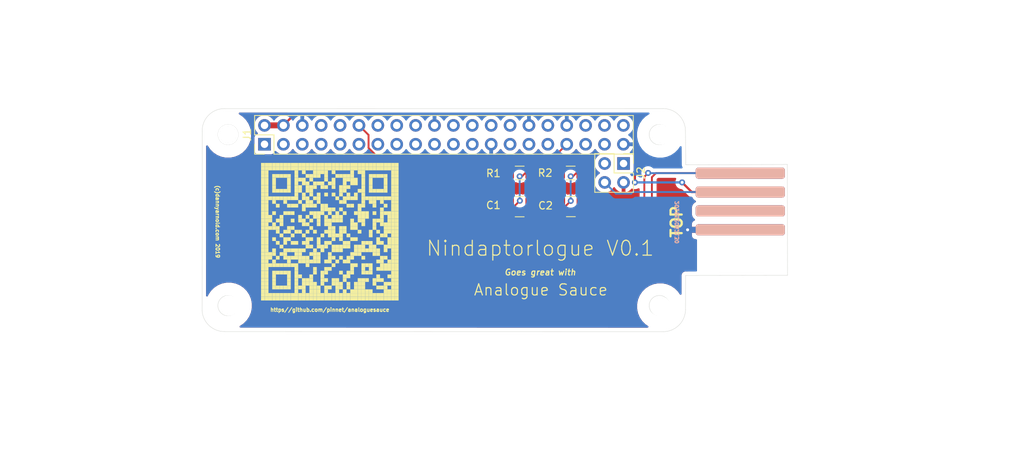
<source format=kicad_pcb>
(kicad_pcb (version 20171130) (host pcbnew "(5.1.5)-2")
  (title_block (title "Raspberry Pi® Zero W - Hat Template") (date 2018-12-28) (rev 1.0.8) (company StudioPieters®) (comment 1 https://www.studiopieters.nl))
  (layers (0 F.Cu signal hide) (31 B.Cu signal hide) (34 B.Paste user) (35 F.Paste user) (36 B.SilkS user) (37 F.SilkS user) (38 B.Mask user) (39 F.Mask user) (44 Edge.Cuts user))
  (net 0 "")
  (net 1 "Net-(J1-Pad1)")
  (net 2 "Net-(J1-Pad3)")
  (net 3 "Net-(J1-Pad5)")
  (net 4 "Net-(J1-Pad7)")
  (net 5 "Net-(J1-Pad8)")
  (net 6 "Net-(J1-Pad9)")
  (net 7 "Net-(J1-Pad10)")
  (net 8 "Net-(J1-Pad11)")
  (net 9 "Net-(J1-Pad12)")
  (net 10 "Net-(J1-Pad13)")
  (net 11 "Net-(J1-Pad14)")
  (net 12 "Net-(J1-Pad15)")
  (net 13 "Net-(J1-Pad16)")
  (net 14 "Net-(J1-Pad17)")
  (net 15 "Net-(J1-Pad18)")
  (net 16 "Net-(J1-Pad19)")
  (net 17 "Net-(J1-Pad21)")
  (net 18 "Net-(J1-Pad22)")
  (net 19 "Net-(J1-Pad23)")
  (net 20 "Net-(J1-Pad24)")
  (net 21 "Net-(J1-Pad26)")
  (net 22 "Net-(J1-Pad27)")
  (net 23 "Net-(J1-Pad28)")
  (net 24 "Net-(J1-Pad29)")
  (net 25 "Net-(J1-Pad31)")
  (net 26 "Net-(J1-Pad32)")
  (net 27 "Net-(J1-Pad33)")
  (net 28 "Net-(J1-Pad35)")
  (net 29 "Net-(J1-Pad36)")
  (net 30 "Net-(J1-Pad37)")
  (net 31 "Net-(J1-Pad38)")
  (net 32 "Net-(J1-Pad40)")
  (net 33 "Net-(CN1-Pad3)")
  (net 34 "Net-(CN1-Pad4)")
  (net 35 "Net-(CN1-Pad5)")
  (net 36 "Net-(CN1-Pad6)")
  (net 37 "Net-(J2-Pad3)")
  (net 38 "Net-(J2-Pad1)")
  (net 39 GND)
  (net 40 "Net-(C1-Pad2)")
  (net 41 "Net-(C1-Pad1)")
  (net 42 "Net-(C2-Pad2)")
  (net 43 "Net-(C2-Pad1)")
  (module TTVV:QR (layer F.Cu) (at 67.183 65.5574)
    (fp_text reference https//github.com/pinnet/analoguesauce (at 0 10.5) (layer F.SilkS) (effects (font (size 0.5 0.5) (thickness 0.125))))
    (fp_text value QR hide)
  )
  (module Resistor_SMD:R_1206_3216Metric_Pad1.42x1.75mm_HandSolder (layer F.Cu) (at 99.568 57.658)
    (fp_text reference R2 (at -3.429 0) (layer F.SilkS))
    (fp_text value 100K)
    (pad 2 smd roundrect (at 1.4875 0) (size 1.425 1.75) (layers F.Cu F.Paste F.Mask) (roundrect_rratio 0.175439) (net 43 "Net-(C2-Pad1)"))
    (pad 1 smd roundrect (at -1.4875 0) (size 1.425 1.75) (layers F.Cu F.Paste F.Mask) (roundrect_rratio 0.175439) (net 27 "Net-(J1-Pad33)"))
  )
  (module Resistor_SMD:R_1206_3216Metric_Pad1.42x1.75mm_HandSolder (layer F.Cu) (at 92.71 57.658)
    (fp_text reference R1 (at -3.5306 0.0508) (layer F.SilkS))
    (fp_text value 100K)
    (pad 2 smd roundrect (at 1.4875 0) (size 1.425 1.75) (layers F.Cu F.Paste F.Mask) (roundrect_rratio 0.175439) (net 41 "Net-(C1-Pad1)"))
    (pad 1 smd roundrect (at -1.4875 0) (size 1.425 1.75) (layers F.Cu F.Paste F.Mask) (roundrect_rratio 0.175439) (net 9 "Net-(J1-Pad12)"))
  )
  (module Capacitor_SMD:C_1210_3225Metric_Pad1.42x2.65mm_HandSolder (layer F.Cu) (at 99.5934 62.1792)
    (fp_text reference C2 (at -3.4036 -0.127) (layer F.SilkS))
    (fp_text value 47u)
    (pad 2 smd roundrect (at 1.4875 0) (size 1.425 2.65) (layers F.Cu F.Paste F.Mask) (roundrect_rratio 0.175439) (net 42 "Net-(C2-Pad2)"))
    (pad 1 smd roundrect (at -1.4875 0) (size 1.425 2.65) (layers F.Cu F.Paste F.Mask) (roundrect_rratio 0.175439) (net 43 "Net-(C2-Pad1)"))
  )
  (module Capacitor_SMD:C_1210_3225Metric_Pad1.42x2.65mm_HandSolder (layer F.Cu) (at 92.71 62.1935)
    (fp_text reference C1 (at -3.5306 -0.1921) (layer F.SilkS))
    (fp_text value 47u)
    (pad 2 smd roundrect (at 1.4875 0) (size 1.425 2.65) (layers F.Cu F.Paste F.Mask) (roundrect_rratio 0.175439) (net 40 "Net-(C1-Pad2)"))
    (pad 1 smd roundrect (at -1.4875 0) (size 1.425 2.65) (layers F.Cu F.Paste F.Mask) (roundrect_rratio 0.175439) (net 41 "Net-(C1-Pad1)"))
  )
  (module TTVV:Nintendo_Connector (layer F.Cu) (at 113.7412 64.0334 270)
    (fp_text reference CN1 hide)
    (fp_text value Nintendo_AV_Connector hide)
    (pad 8 smd roundrect (at 1.27 -8.636 270) (size 1.5 12) (layers B.Cu B.Paste B.SilkS B.Mask) (net 39 GND))
    (pad 7 smd roundrect (at 1.27 -8.636 270) (size 1.5 12) (layers F.Cu F.Paste F.Mask) (net 39 GND))
    (pad 6 smd roundrect (at -1.27 -8.636 270) (size 1.5 12) (layers B.Cu B.Paste B.SilkS B.Mask) (net 36 "Net-(CN1-Pad6)"))
    (pad 5 smd roundrect (at -1.27 -8.636 270) (size 1.5 12) (layers F.Cu F.Paste F.Mask) (net 35 "Net-(CN1-Pad5)"))
    (pad 4 smd roundrect (at -3.81 -8.636 270) (size 1.5 12) (layers B.Cu B.Paste B.SilkS B.Mask) (net 34 "Net-(CN1-Pad4)"))
    (pad 3 smd roundrect (at -3.81 -8.636 270) (size 1.5 12) (layers F.Cu F.Paste F.Mask) (net 33 "Net-(CN1-Pad3)"))
    (pad 2 smd roundrect (at -6.35 -8.636 270) (size 1.5 12) (layers B.Cu B.Paste B.SilkS B.Mask) (net 42 "Net-(C2-Pad2)"))
    (pad 1 smd roundrect (at -6.35 -8.636 270) (size 1.5 12) (layers F.Cu F.Paste F.Mask) (net 40 "Net-(C1-Pad2)"))
  )
  (module Connector_PinHeader_2.54mm:PinHeader_2x02_P2.54mm_Vertical (layer F.Cu) (at 106.68 56.388 270)
    (fp_text reference J2 (at 1.27 -2.33 90) (layer F.SilkS))
    (fp_text value "")
    (pad 4 thru_hole oval (at 2.54 2.54 270) (size 1.7 1.7) (drill 1) (layers *.Cu *.Mask) (net 34 "Net-(CN1-Pad4)"))
    (pad 3 thru_hole oval (at 0 2.54 270) (size 1.7 1.7) (drill 1) (layers *.Cu *.Mask) (net 37 "Net-(J2-Pad3)"))
    (pad 2 thru_hole oval (at 2.54 0 270) (size 1.7 1.7) (drill 1) (layers *.Cu *.Mask) (net 39 GND))
    (pad 1 thru_hole rect (at 0 0 270) (size 1.7 1.7) (drill 1) (layers *.Cu *.Mask) (net 38 "Net-(J2-Pad1)"))
  )
  (module Connector_PinHeader_2.54mm:PinHeader_2x20_P2.54mm_Vertical (layer F.Cu) (at 58.4 53.8 90)
    (fp_text reference J1 (at 1.27 -2.33 90) (layer F.SilkS))
    (fp_text value Conn_02x20_Odd_Even hide)
    (pad 40 thru_hole oval (at 2.54 48.26 90) (size 1.7 1.7) (drill 1) (layers *.Cu *.Mask) (net 32 "Net-(J1-Pad40)"))
    (pad 39 thru_hole oval (at 0 48.26 90) (size 1.7 1.7) (drill 1) (layers *.Cu *.Mask) (net 39 GND))
    (pad 38 thru_hole oval (at 2.54 45.72 90) (size 1.7 1.7) (drill 1) (layers *.Cu *.Mask) (net 31 "Net-(J1-Pad38)"))
    (pad 37 thru_hole oval (at 0 45.72 90) (size 1.7 1.7) (drill 1) (layers *.Cu *.Mask) (net 30 "Net-(J1-Pad37)"))
    (pad 36 thru_hole oval (at 2.54 43.18 90) (size 1.7 1.7) (drill 1) (layers *.Cu *.Mask) (net 29 "Net-(J1-Pad36)"))
    (pad 35 thru_hole oval (at 0 43.18 90) (size 1.7 1.7) (drill 1) (layers *.Cu *.Mask) (net 28 "Net-(J1-Pad35)"))
    (pad 34 thru_hole oval (at 2.54 40.64 90) (size 1.7 1.7) (drill 1) (layers *.Cu *.Mask) (net 39 GND))
    (pad 33 thru_hole oval (at 0 40.64 90) (size 1.7 1.7) (drill 1) (layers *.Cu *.Mask) (net 27 "Net-(J1-Pad33)"))
    (pad 32 thru_hole oval (at 2.54 38.1 90) (size 1.7 1.7) (drill 1) (layers *.Cu *.Mask) (net 26 "Net-(J1-Pad32)"))
    (pad 31 thru_hole oval (at 0 38.1 90) (size 1.7 1.7) (drill 1) (layers *.Cu *.Mask) (net 25 "Net-(J1-Pad31)"))
    (pad 30 thru_hole oval (at 2.54 35.56 90) (size 1.7 1.7) (drill 1) (layers *.Cu *.Mask) (net 39 GND))
    (pad 29 thru_hole oval (at 0 35.56 90) (size 1.7 1.7) (drill 1) (layers *.Cu *.Mask) (net 24 "Net-(J1-Pad29)"))
    (pad 28 thru_hole oval (at 2.54 33.02 90) (size 1.7 1.7) (drill 1) (layers *.Cu *.Mask) (net 23 "Net-(J1-Pad28)"))
    (pad 27 thru_hole oval (at 0 33.02 90) (size 1.7 1.7) (drill 1) (layers *.Cu *.Mask) (net 22 "Net-(J1-Pad27)"))
    (pad 26 thru_hole oval (at 2.54 30.48 90) (size 1.7 1.7) (drill 1) (layers *.Cu *.Mask) (net 21 "Net-(J1-Pad26)"))
    (pad 25 thru_hole oval (at 0 30.48 90) (size 1.7 1.7) (drill 1) (layers *.Cu *.Mask) (net 39 GND))
    (pad 24 thru_hole oval (at 2.54 27.94 90) (size 1.7 1.7) (drill 1) (layers *.Cu *.Mask) (net 20 "Net-(J1-Pad24)"))
    (pad 23 thru_hole oval (at 0 27.94 90) (size 1.7 1.7) (drill 1) (layers *.Cu *.Mask) (net 19 "Net-(J1-Pad23)"))
    (pad 22 thru_hole oval (at 2.54 25.4 90) (size 1.7 1.7) (drill 1) (layers *.Cu *.Mask) (net 18 "Net-(J1-Pad22)"))
    (pad 21 thru_hole oval (at 0 25.4 90) (size 1.7 1.7) (drill 1) (layers *.Cu *.Mask) (net 17 "Net-(J1-Pad21)"))
    (pad 20 thru_hole oval (at 2.54 22.86 90) (size 1.7 1.7) (drill 1) (layers *.Cu *.Mask) (net 39 GND))
    (pad 19 thru_hole oval (at 0 22.86 90) (size 1.7 1.7) (drill 1) (layers *.Cu *.Mask) (net 16 "Net-(J1-Pad19)"))
    (pad 18 thru_hole oval (at 2.54 20.32 90) (size 1.7 1.7) (drill 1) (layers *.Cu *.Mask) (net 15 "Net-(J1-Pad18)"))
    (pad 17 thru_hole oval (at 0 20.32 90) (size 1.7 1.7) (drill 1) (layers *.Cu *.Mask) (net 14 "Net-(J1-Pad17)"))
    (pad 16 thru_hole oval (at 2.54 17.78 90) (size 1.7 1.7) (drill 1) (layers *.Cu *.Mask) (net 13 "Net-(J1-Pad16)"))
    (pad 15 thru_hole oval (at 0 17.78 90) (size 1.7 1.7) (drill 1) (layers *.Cu *.Mask) (net 12 "Net-(J1-Pad15)"))
    (pad 14 thru_hole oval (at 2.54 15.24 90) (size 1.7 1.7) (drill 1) (layers *.Cu *.Mask) (net 11 "Net-(J1-Pad14)"))
    (pad 13 thru_hole oval (at 0 15.24 90) (size 1.7 1.7) (drill 1) (layers *.Cu *.Mask) (net 10 "Net-(J1-Pad13)"))
    (pad 12 thru_hole oval (at 2.54 12.7 90) (size 1.7 1.7) (drill 1) (layers *.Cu *.Mask) (net 9 "Net-(J1-Pad12)"))
    (pad 11 thru_hole oval (at 0 12.7 90) (size 1.7 1.7) (drill 1) (layers *.Cu *.Mask) (net 8 "Net-(J1-Pad11)"))
    (pad 10 thru_hole oval (at 2.54 10.16 90) (size 1.7 1.7) (drill 1) (layers *.Cu *.Mask) (net 7 "Net-(J1-Pad10)"))
    (pad 9 thru_hole oval (at 0 10.16 90) (size 1.7 1.7) (drill 1) (layers *.Cu *.Mask) (net 6 "Net-(J1-Pad9)"))
    (pad 8 thru_hole oval (at 2.54 7.62 90) (size 1.7 1.7) (drill 1) (layers *.Cu *.Mask) (net 5 "Net-(J1-Pad8)"))
    (pad 7 thru_hole oval (at 0 7.62 90) (size 1.7 1.7) (drill 1) (layers *.Cu *.Mask) (net 4 "Net-(J1-Pad7)"))
    (pad 6 thru_hole oval (at 2.54 5.08 90) (size 1.7 1.7) (drill 1) (layers *.Cu *.Mask) (net 39 GND))
    (pad 5 thru_hole oval (at 0 5.08 90) (size 1.7 1.7) (drill 1) (layers *.Cu *.Mask) (net 3 "Net-(J1-Pad5)"))
    (pad 4 thru_hole oval (at 2.54 2.54 90) (size 1.7 1.7) (drill 1) (layers *.Cu *.Mask) (net 33 "Net-(CN1-Pad3)"))
    (pad 3 thru_hole oval (at 0 2.54 90) (size 1.7 1.7) (drill 1) (layers *.Cu *.Mask) (net 2 "Net-(J1-Pad3)"))
    (pad 2 thru_hole oval (at 2.54 0 90) (size 1.7 1.7) (drill 1) (layers *.Cu *.Mask) (net 33 "Net-(CN1-Pad3)"))
    (pad 1 thru_hole rect (at 0 0 90) (size 1.7 1.7) (drill 1) (layers *.Cu *.Mask) (net 1 "Net-(J1-Pad1)"))
  )
  (module RPi_Hat:RPi_Hat_Mounting_Hole (layer F.Cu) (at 53.5 52.5)
    (fp_text reference "" hide)
    (fp_text value "" hide)
    (pad "" np_thru_hole circle (at 0 0) (size 2.75 2.75) (drill 2.75) (layers *.Cu *.Mask) (clearance 1.725))
  )
  (module RPi_Hat:RPi_Hat_Mounting_Hole (layer F.Cu) (at 53.6 75.5)
    (fp_text reference "" hide)
    (fp_text value "" hide)
    (pad "" np_thru_hole circle (at 0 0) (size 2.75 2.75) (drill 2.75) (layers *.Cu *.Mask) (clearance 1.725))
  )
  (module RPi_Hat:RPi_Hat_Mounting_Hole (layer F.Cu) (at 111.6 75.6)
    (fp_text reference "" hide)
    (fp_text value "" hide)
    (pad "" np_thru_hole circle (at 0 0) (size 2.75 2.75) (drill 2.75) (layers *.Cu *.Mask) (clearance 1.725))
  )
  (module RPi_Hat:RPi_Hat_Mounting_Hole (layer F.Cu) (at 111.6 52.5)
    (fp_text reference "" hide)
    (fp_text value "" hide)
    (pad "" np_thru_hole circle (at 0 0) (size 2.75 2.75) (drill 2.75) (layers *.Cu *.Mask) (clearance 1.725))
  )
  (module StudioPieters:StudioPieters_Kicad_Logo (layer F.Cu) (at 202.8 170.6)
    (fp_text reference G*** hide)
    (fp_text value LOGO hide)
  )
  (gr_text TOP (at 113.8174 64.2112 90) (layer F.SilkS) (effects (font (size 1.5 1.5) (thickness 0.3))))
  (gr_text 201912062130 (at 113.8682 64.2874 90) (layer B.SilkS) (effects (font (size 0.5 0.5) (thickness 0.125)) (justify mirror)))
  (gr_text "Nindaptorlogue V0.1" (at 95.4786 67.7926) (layer F.SilkS) (effects (font (size 2 2))))
  (gr_text "Goes great with" (at 95.4786 71.0184) (layer F.SilkS) (effects (font (size 0.8 0.8) (thickness 0.15) italic)))
  (gr_line (start 115.04422 56.55818) (end 115.00104 52.00396) (layer Edge.Cuts) (width 0.05))
  (gr_line (start 128.70688 56.515) (end 115.04422 56.55818) (layer Edge.Cuts) (width 0.05))
  (gr_line (start 128.7272 71.4248) (end 128.70688 56.515) (layer Edge.Cuts) (width 0.05))
  (gr_line (start 115.01374 71.44512) (end 128.7272 71.4248) (layer Edge.Cuts) (width 0.05))
  (gr_line (start 115.0112 76.05776) (end 115.01374 71.44512) (layer Edge.Cuts) (width 0.05))
  (gr_text "(c)dannyarnold.com 2019" (at 52.0954 64.2112 -90) (layer F.SilkS) (effects (font (size 0.5 0.5) (thickness 0.125))))
  (gr_text "Analogue Sauce" (at 95.5548 73.3806) (layer F.SilkS) (effects (font (size 1.5 1.5))))
  (gr_line (start 50.00752 76.17206) (end 50.018183 52.047131) (layer Edge.Cuts) (width 0.05))
  (gr_circle (center 111.5 75.5) (end 111.47 76.87) (layer Edge.Cuts) (width 0.05))
  (gr_circle (center 111.5 52.5) (end 111.47 53.87) (layer Edge.Cuts) (width 0.05))
  (gr_circle (center 53.5 75.5) (end 53.47 76.87) (layer Edge.Cuts) (width 0.05))
  (gr_circle (center 53.5 52.5) (end 53.47 53.87) (layer Edge.Cuts) (width 0.05))
  (gr_arc (start 112 52) (end 115 52) (angle -90) (layer Edge.Cuts) (width 0.05))
  (gr_arc (start 112.00771 75.994256) (end 111.99114 78.99908) (angle -89.05656954) (layer Edge.Cuts) (width 0.05))
  (gr_arc (start 53.00218 75.9841) (end 50.00752 76.17206) (angle -86.50554218) (layer Edge.Cuts) (width 0.05))
  (gr_arc (start 52.99964 51.98872) (end 53.01996 49.00676) (angle -91.51278598) (layer Edge.Cuts) (width 0.05))
  (gr_line (start 111.99114 78.99908) (end 53.0098 78.98384) (layer Edge.Cuts) (width 0.05))
  (gr_line (start 53.01996 49.00676) (end 112 49) (layer Edge.Cuts) (width 0.05))
  (segment (start 90.51 57.658) (end 88.224 55.372) (width 0.25) (layer F.Cu) (net 9))
  (segment (start 91.2225 57.658) (end 90.51 57.658) (width 0.25) (layer F.Cu) (net 9))
  (segment (start 88.224 55.372) (end 73.472998 55.372) (width 0.25) (layer F.Cu) (net 9))
  (segment (start 73.472998 55.372) (end 72.39 54.289002) (width 0.25) (layer F.Cu) (net 9))
  (segment (start 72.39 52.55) (end 71.1 51.26) (width 0.25) (layer F.Cu) (net 9))
  (segment (start 72.39 54.289002) (end 72.39 52.55) (width 0.25) (layer F.Cu) (net 9))
  (segment (start 98.0805 54.7595) (end 99.04 53.8) (width 0.25) (layer F.Cu) (net 27))
  (segment (start 98.0805 57.658) (end 98.0805 54.7595) (width 0.25) (layer F.Cu) (net 27))
  (segment (start 114.3 58.928) (end 108.204 58.928) (width 0.3) (layer B.Cu) (net 33))
  (segment (start 114.3 58.928) (end 114.554 58.928) (width 0.3) (layer B.Cu) (net 33))
  (segment (start 114.554 58.928) (end 114.554 58.928) (width 0.3) (layer B.Cu) (net 33))
  (via (at 114.554 58.928) (size 0.8) (drill 0.4) (layers F.Cu B.Cu) (net 33))
  (segment (start 58.4 51.26) (end 60.94 51.26) (width 0.8) (layer F.Cu) (net 33))
  (segment (start 62.416 49.784) (end 60.94 51.26) (width 0.3) (layer F.Cu) (net 33))
  (segment (start 108.204 55.263999) (end 108.204 50.183999) (width 0.3) (layer F.Cu) (net 33))
  (segment (start 107.95 49.784) (end 62.416 49.784) (width 0.3) (layer F.Cu) (net 33))
  (segment (start 107.95 49.929999) (end 108.204 50.183999) (width 0.3) (layer F.Cu) (net 33))
  (segment (start 107.95 49.784) (end 107.95 49.929999) (width 0.3) (layer F.Cu) (net 33))
  (segment (start 108.204 55.263999) (end 108.204 58.928) (width 0.3) (layer F.Cu) (net 33))
  (segment (start 108.204 58.928) (end 108.204 58.928) (width 0.3) (layer B.Cu) (net 33))
  (via (at 108.204 58.928) (size 0.8) (drill 0.4) (layers F.Cu B.Cu) (net 33))
  (segment (start 118.9482 60.2234) (end 122.3772 60.2234) (width 0.25) (layer F.Cu) (net 33))
  (segment (start 117.0178 60.2234) (end 122.3772 60.2234) (width 0.25) (layer F.Cu) (net 33))
  (segment (start 115.8494 60.2234) (end 122.3772 60.2234) (width 0.3) (layer F.Cu) (net 33))
  (segment (start 114.554 58.928) (end 115.8494 60.2234) (width 0.3) (layer F.Cu) (net 33))
  (segment (start 107.9246 60.2234) (end 122.3772 60.2234) (width 0.25) (layer B.Cu) (net 34))
  (segment (start 107.696 60.452) (end 107.9246 60.2234) (width 0.25) (layer B.Cu) (net 34))
  (segment (start 104.14 58.928) (end 105.664 60.452) (width 0.25) (layer B.Cu) (net 34))
  (segment (start 105.664 60.452) (end 107.696 60.452) (width 0.25) (layer B.Cu) (net 34))
  (segment (start 116.3772 65.3034) (end 122.3772 65.3034) (width 0.25) (layer F.Cu) (net 39))
  (segment (start 122.3772 65.3034) (end 115.3414 65.3034) (width 0.8) (layer B.Cu) (net 39))
  (segment (start 115.2906 65.3034) (end 122.3772 65.3034) (width 0.8) (layer F.Cu) (net 39))
  (via (at 115.2906 65.3034) (size 0.8) (drill 0.4) (layers F.Cu B.Cu) (net 39))
  (segment (start 111.029602 57.6834) (end 122.3772 57.6834) (width 0.25) (layer F.Cu) (net 40))
  (segment (start 110.49 58.223002) (end 111.029602 57.6834) (width 0.25) (layer F.Cu) (net 40))
  (segment (start 108.458 64.77) (end 110.49 62.738) (width 0.25) (layer F.Cu) (net 40))
  (segment (start 110.49 62.738) (end 110.49 58.223002) (width 0.25) (layer F.Cu) (net 40))
  (segment (start 97.4865 64.77) (end 108.458 64.77) (width 0.25) (layer F.Cu) (net 40))
  (segment (start 94.91 62.1935) (end 97.4865 64.77) (width 0.25) (layer F.Cu) (net 40))
  (segment (start 94.1975 62.1935) (end 94.91 62.1935) (width 0.25) (layer F.Cu) (net 40))
  (segment (start 91.935 62.1935) (end 92.7354 61.3931) (width 0.25) (layer F.Cu) (net 41))
  (segment (start 91.2225 62.1935) (end 91.935 62.1935) (width 0.25) (layer F.Cu) (net 41))
  (segment (start 92.7354 61.3931) (end 92.7354 61.3931) (width 0.25) (layer F.Cu) (net 41))
  (via (at 92.7354 61.3931) (size 0.8) (drill 0.4) (layers F.Cu B.Cu) (net 41))
  (segment (start 93.485 57.658) (end 93.0278 58.1152) (width 0.25) (layer F.Cu) (net 41))
  (segment (start 94.1975 57.658) (end 93.485 57.658) (width 0.25) (layer F.Cu) (net 41))
  (segment (start 93.0278 58.1152) (end 92.71 58.1152) (width 0.25) (layer F.Cu) (net 41))
  (segment (start 92.71 58.1152) (end 92.71 58.1152) (width 0.25) (layer F.Cu) (net 41))
  (via (at 92.71 58.1152) (size 0.8) (drill 0.4) (layers F.Cu B.Cu) (net 41))
  (segment (start 92.71 61.3677) (end 92.7354 61.3931) (width 0.25) (layer B.Cu) (net 41))
  (segment (start 92.71 58.1152) (end 92.71 61.3677) (width 0.25) (layer B.Cu) (net 41))
  (segment (start 108.277 63.681) (end 109.474 62.484) (width 0.25) (layer F.Cu) (net 42))
  (segment (start 109.474 62.484) (end 109.474 58.166) (width 0.25) (layer F.Cu) (net 42))
  (segment (start 109.474 58.166) (end 109.982 57.658) (width 0.25) (layer F.Cu) (net 42))
  (segment (start 120.4214 57.6834) (end 122.3772 57.6834) (width 0.25) (layer B.Cu) (net 42))
  (segment (start 122.3772 57.6834) (end 110.0074 57.6834) (width 0.25) (layer B.Cu) (net 42))
  (segment (start 109.982 57.658) (end 109.982 57.658) (width 0.25) (layer F.Cu) (net 42))
  (via (at 109.982 57.658) (size 0.8) (drill 0.4) (layers F.Cu B.Cu) (net 42))
  (segment (start 103.5095 63.681) (end 108.277 63.681) (width 0.25) (layer F.Cu) (net 42))
  (segment (start 102.022 62.1935) (end 103.5095 63.681) (width 0.25) (layer F.Cu) (net 42))
  (segment (start 101.3095 62.1935) (end 102.022 62.1935) (width 0.25) (layer F.Cu) (net 42))
  (segment (start 98.8184 62.1792) (end 99.5804 61.4172) (width 0.25) (layer F.Cu) (net 43))
  (segment (start 98.1059 62.1792) (end 98.8184 62.1792) (width 0.25) (layer F.Cu) (net 43))
  (segment (start 99.5804 61.4172) (end 99.5804 61.4172) (width 0.25) (layer F.Cu) (net 43))
  (via (at 99.5804 61.4172) (size 0.8) (drill 0.4) (layers F.Cu B.Cu) (net 43))
  (segment (start 100.343 57.658) (end 99.8858 58.1152) (width 0.25) (layer F.Cu) (net 43))
  (segment (start 101.0555 57.658) (end 100.343 57.658) (width 0.25) (layer F.Cu) (net 43))
  (segment (start 99.8858 58.1152) (end 99.568 58.1152) (width 0.25) (layer F.Cu) (net 43))
  (segment (start 99.568 58.1152) (end 99.568 58.1152) (width 0.25) (layer F.Cu) (net 43))
  (via (at 99.568 58.1152) (size 0.8) (drill 0.4) (layers F.Cu B.Cu) (net 43))
  (segment (start 99.568 61.4048) (end 99.5804 61.4172) (width 0.25) (layer B.Cu) (net 43))
  (segment (start 99.568 58.1152) (end 99.568 61.4048) (width 0.25) (layer B.Cu) (net 43))
  (zone (net 39) (net_name GND) (layer F.Cu) (connect_pads (clearance 0.508)) (min_thickness 0.254) (fill yes (arc_segments 32) (thermal_gap 0.508) (thermal_bridge_width 0.508))
    (polygon (pts (xy 116.4971 78.75905) (xy 49.392205 79.75727) (xy 49.281715 48.37557) (xy 116.4717 47.73295)))
  )
  (zone (net 39) (net_name GND) (layer B.Cu) (connect_pads (clearance 0.508)) (min_thickness 0.254) (fill yes (arc_segments 32) (thermal_gap 0.508) (thermal_bridge_width 0.508))
    (polygon (pts (xy 116.56822 47.9171) (xy 116.55298 78.9305) (xy 49.397285 79.592805) (xy 49.408715 48.331755)))
  )
)
</source>
